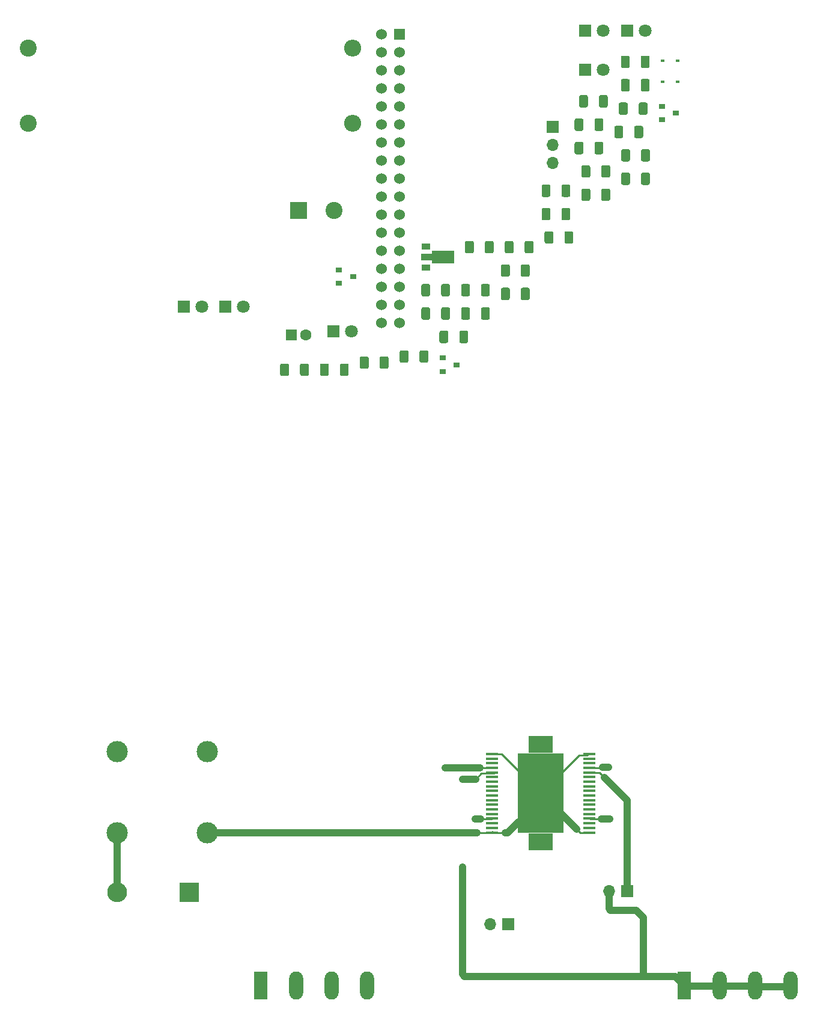
<source format=gbr>
G04 #@! TF.GenerationSoftware,KiCad,Pcbnew,(5.1.6)-1*
G04 #@! TF.CreationDate,2020-07-14T11:46:24+02:00*
G04 #@! TF.ProjectId,sboxnet-booster,73626f78-6e65-4742-9d62-6f6f73746572,rev?*
G04 #@! TF.SameCoordinates,Original*
G04 #@! TF.FileFunction,Copper,L1,Top*
G04 #@! TF.FilePolarity,Positive*
%FSLAX46Y46*%
G04 Gerber Fmt 4.6, Leading zero omitted, Abs format (unit mm)*
G04 Created by KiCad (PCBNEW (5.1.6)-1) date 2020-07-14 11:46:24*
%MOMM*%
%LPD*%
G01*
G04 APERTURE LIST*
G04 #@! TA.AperFunction,ComponentPad*
%ADD10O,1.700000X1.700000*%
G04 #@! TD*
G04 #@! TA.AperFunction,ComponentPad*
%ADD11R,1.700000X1.700000*%
G04 #@! TD*
G04 #@! TA.AperFunction,SMDPad,CuDef*
%ADD12C,0.100000*%
G04 #@! TD*
G04 #@! TA.AperFunction,SMDPad,CuDef*
%ADD13R,1.300000X0.900000*%
G04 #@! TD*
G04 #@! TA.AperFunction,ViaPad*
%ADD14C,1.000000*%
G04 #@! TD*
G04 #@! TA.AperFunction,SMDPad,CuDef*
%ADD15R,3.400000X2.415000*%
G04 #@! TD*
G04 #@! TA.AperFunction,SMDPad,CuDef*
%ADD16R,6.400000X11.270000*%
G04 #@! TD*
G04 #@! TA.AperFunction,SMDPad,CuDef*
%ADD17R,1.700000X0.380000*%
G04 #@! TD*
G04 #@! TA.AperFunction,ComponentPad*
%ADD18O,2.400000X2.400000*%
G04 #@! TD*
G04 #@! TA.AperFunction,ComponentPad*
%ADD19C,2.400000*%
G04 #@! TD*
G04 #@! TA.AperFunction,ComponentPad*
%ADD20C,3.000000*%
G04 #@! TD*
G04 #@! TA.AperFunction,ComponentPad*
%ADD21O,1.980000X3.960000*%
G04 #@! TD*
G04 #@! TA.AperFunction,ComponentPad*
%ADD22R,1.980000X3.960000*%
G04 #@! TD*
G04 #@! TA.AperFunction,ComponentPad*
%ADD23C,1.524000*%
G04 #@! TD*
G04 #@! TA.AperFunction,ComponentPad*
%ADD24R,1.524000X1.524000*%
G04 #@! TD*
G04 #@! TA.AperFunction,ComponentPad*
%ADD25O,2.800000X2.800000*%
G04 #@! TD*
G04 #@! TA.AperFunction,ComponentPad*
%ADD26R,2.800000X2.800000*%
G04 #@! TD*
G04 #@! TA.AperFunction,ComponentPad*
%ADD27C,1.800000*%
G04 #@! TD*
G04 #@! TA.AperFunction,ComponentPad*
%ADD28R,1.800000X1.800000*%
G04 #@! TD*
G04 #@! TA.AperFunction,SMDPad,CuDef*
%ADD29R,0.600000X0.450000*%
G04 #@! TD*
G04 #@! TA.AperFunction,SMDPad,CuDef*
%ADD30R,0.900000X0.800000*%
G04 #@! TD*
G04 #@! TA.AperFunction,ComponentPad*
%ADD31C,1.600000*%
G04 #@! TD*
G04 #@! TA.AperFunction,ComponentPad*
%ADD32R,1.600000X1.600000*%
G04 #@! TD*
G04 #@! TA.AperFunction,ComponentPad*
%ADD33R,2.400000X2.400000*%
G04 #@! TD*
G04 #@! TA.AperFunction,ViaPad*
%ADD34C,0.800000*%
G04 #@! TD*
G04 #@! TA.AperFunction,Conductor*
%ADD35C,1.000000*%
G04 #@! TD*
G04 #@! TA.AperFunction,Conductor*
%ADD36C,0.250000*%
G04 #@! TD*
G04 APERTURE END LIST*
D10*
X90779600Y-147574000D03*
D11*
X93319600Y-147574000D03*
G04 #@! TA.AperFunction,SMDPad,CuDef*
D12*
G36*
X85635001Y-54487901D02*
G01*
X82510001Y-54487901D01*
X82510001Y-54071401D01*
X81035001Y-54071401D01*
X81035001Y-53171401D01*
X82510001Y-53171401D01*
X82510001Y-52754901D01*
X85635001Y-52754901D01*
X85635001Y-54487901D01*
G37*
G04 #@! TD.AperFunction*
D13*
X81685001Y-55121401D03*
X81685001Y-52121401D03*
D14*
X96621600Y-124053600D03*
X97891600Y-124053600D03*
X99161600Y-124053600D03*
X95351600Y-126593600D03*
X96621600Y-126593600D03*
X97891600Y-126593600D03*
X99161600Y-126593600D03*
X100431600Y-126593600D03*
X95351600Y-129133600D03*
X96621600Y-129133600D03*
X97891600Y-129133600D03*
X99161600Y-129133600D03*
X100431600Y-129133600D03*
X95351600Y-131673600D03*
X96621600Y-131673600D03*
X97891600Y-131673600D03*
X99161600Y-131673600D03*
X100431600Y-131673600D03*
X96621600Y-134213600D03*
X97891600Y-134213600D03*
X99161600Y-134213600D03*
D15*
X97891600Y-135976100D03*
X97891600Y-122291100D03*
D16*
X97891600Y-129133600D03*
D17*
X104741600Y-123608600D03*
X104741600Y-124258600D03*
X104741600Y-124908600D03*
X104741600Y-125558600D03*
X104741600Y-126208600D03*
X104741600Y-126858600D03*
X104741600Y-127508600D03*
X104741600Y-128158600D03*
X104741600Y-128808600D03*
X104741600Y-129458600D03*
X104741600Y-130108600D03*
X104741600Y-130758600D03*
X104741600Y-131408600D03*
X104741600Y-132058600D03*
X104741600Y-132708600D03*
X104741600Y-133358600D03*
X104741600Y-134008600D03*
X91041600Y-134658600D03*
X91041600Y-134008600D03*
X91041600Y-133358600D03*
X91041600Y-132708600D03*
X91041600Y-132058600D03*
X91041600Y-131408600D03*
X91041600Y-130758600D03*
X91041600Y-130108600D03*
X91041600Y-129458600D03*
X91041600Y-128808600D03*
X91041600Y-128158600D03*
X91041600Y-127508600D03*
X91041600Y-126858600D03*
X91041600Y-126208600D03*
X91041600Y-125558600D03*
X91041600Y-124908600D03*
X91041600Y-124258600D03*
X104741600Y-134658600D03*
X91041600Y-123608600D03*
D10*
X99535001Y-40351401D03*
X99535001Y-37811401D03*
D11*
X99535001Y-35271401D03*
G04 #@! TA.AperFunction,SMDPad,CuDef*
G36*
G01*
X86390001Y-65496401D02*
X86390001Y-64246401D01*
G75*
G02*
X86640001Y-63996401I250000J0D01*
G01*
X87390001Y-63996401D01*
G75*
G02*
X87640001Y-64246401I0J-250000D01*
G01*
X87640001Y-65496401D01*
G75*
G02*
X87390001Y-65746401I-250000J0D01*
G01*
X86640001Y-65746401D01*
G75*
G02*
X86390001Y-65496401I0J250000D01*
G01*
G37*
G04 #@! TD.AperFunction*
G04 #@! TA.AperFunction,SMDPad,CuDef*
G36*
G01*
X83590001Y-65496401D02*
X83590001Y-64246401D01*
G75*
G02*
X83840001Y-63996401I250000J0D01*
G01*
X84590001Y-63996401D01*
G75*
G02*
X84840001Y-64246401I0J-250000D01*
G01*
X84840001Y-65496401D01*
G75*
G02*
X84590001Y-65746401I-250000J0D01*
G01*
X83840001Y-65746401D01*
G75*
G02*
X83590001Y-65496401I0J250000D01*
G01*
G37*
G04 #@! TD.AperFunction*
G04 #@! TA.AperFunction,SMDPad,CuDef*
G36*
G01*
X101210001Y-51496401D02*
X101210001Y-50246401D01*
G75*
G02*
X101460001Y-49996401I250000J0D01*
G01*
X102210001Y-49996401D01*
G75*
G02*
X102460001Y-50246401I0J-250000D01*
G01*
X102460001Y-51496401D01*
G75*
G02*
X102210001Y-51746401I-250000J0D01*
G01*
X101460001Y-51746401D01*
G75*
G02*
X101210001Y-51496401I0J250000D01*
G01*
G37*
G04 #@! TD.AperFunction*
G04 #@! TA.AperFunction,SMDPad,CuDef*
G36*
G01*
X98410001Y-51496401D02*
X98410001Y-50246401D01*
G75*
G02*
X98660001Y-49996401I250000J0D01*
G01*
X99410001Y-49996401D01*
G75*
G02*
X99660001Y-50246401I0J-250000D01*
G01*
X99660001Y-51496401D01*
G75*
G02*
X99410001Y-51746401I-250000J0D01*
G01*
X98660001Y-51746401D01*
G75*
G02*
X98410001Y-51496401I0J250000D01*
G01*
G37*
G04 #@! TD.AperFunction*
G04 #@! TA.AperFunction,SMDPad,CuDef*
G36*
G01*
X112010001Y-39936401D02*
X112010001Y-38686401D01*
G75*
G02*
X112260001Y-38436401I250000J0D01*
G01*
X113010001Y-38436401D01*
G75*
G02*
X113260001Y-38686401I0J-250000D01*
G01*
X113260001Y-39936401D01*
G75*
G02*
X113010001Y-40186401I-250000J0D01*
G01*
X112260001Y-40186401D01*
G75*
G02*
X112010001Y-39936401I0J250000D01*
G01*
G37*
G04 #@! TD.AperFunction*
G04 #@! TA.AperFunction,SMDPad,CuDef*
G36*
G01*
X109210001Y-39936401D02*
X109210001Y-38686401D01*
G75*
G02*
X109460001Y-38436401I250000J0D01*
G01*
X110210001Y-38436401D01*
G75*
G02*
X110460001Y-38686401I0J-250000D01*
G01*
X110460001Y-39936401D01*
G75*
G02*
X110210001Y-40186401I-250000J0D01*
G01*
X109460001Y-40186401D01*
G75*
G02*
X109210001Y-39936401I0J250000D01*
G01*
G37*
G04 #@! TD.AperFunction*
G04 #@! TA.AperFunction,SMDPad,CuDef*
G36*
G01*
X95060001Y-59446401D02*
X95060001Y-58196401D01*
G75*
G02*
X95310001Y-57946401I250000J0D01*
G01*
X96060001Y-57946401D01*
G75*
G02*
X96310001Y-58196401I0J-250000D01*
G01*
X96310001Y-59446401D01*
G75*
G02*
X96060001Y-59696401I-250000J0D01*
G01*
X95310001Y-59696401D01*
G75*
G02*
X95060001Y-59446401I0J250000D01*
G01*
G37*
G04 #@! TD.AperFunction*
G04 #@! TA.AperFunction,SMDPad,CuDef*
G36*
G01*
X92260001Y-59446401D02*
X92260001Y-58196401D01*
G75*
G02*
X92510001Y-57946401I250000J0D01*
G01*
X93260001Y-57946401D01*
G75*
G02*
X93510001Y-58196401I0J-250000D01*
G01*
X93510001Y-59446401D01*
G75*
G02*
X93260001Y-59696401I-250000J0D01*
G01*
X92510001Y-59696401D01*
G75*
G02*
X92260001Y-59446401I0J250000D01*
G01*
G37*
G04 #@! TD.AperFunction*
G04 #@! TA.AperFunction,SMDPad,CuDef*
G36*
G01*
X89450001Y-62206401D02*
X89450001Y-60956401D01*
G75*
G02*
X89700001Y-60706401I250000J0D01*
G01*
X90450001Y-60706401D01*
G75*
G02*
X90700001Y-60956401I0J-250000D01*
G01*
X90700001Y-62206401D01*
G75*
G02*
X90450001Y-62456401I-250000J0D01*
G01*
X89700001Y-62456401D01*
G75*
G02*
X89450001Y-62206401I0J250000D01*
G01*
G37*
G04 #@! TD.AperFunction*
G04 #@! TA.AperFunction,SMDPad,CuDef*
G36*
G01*
X86650001Y-62206401D02*
X86650001Y-60956401D01*
G75*
G02*
X86900001Y-60706401I250000J0D01*
G01*
X87650001Y-60706401D01*
G75*
G02*
X87900001Y-60956401I0J-250000D01*
G01*
X87900001Y-62206401D01*
G75*
G02*
X87650001Y-62456401I-250000J0D01*
G01*
X86900001Y-62456401D01*
G75*
G02*
X86650001Y-62206401I0J250000D01*
G01*
G37*
G04 #@! TD.AperFunction*
G04 #@! TA.AperFunction,SMDPad,CuDef*
G36*
G01*
X95060001Y-56156401D02*
X95060001Y-54906401D01*
G75*
G02*
X95310001Y-54656401I250000J0D01*
G01*
X96060001Y-54656401D01*
G75*
G02*
X96310001Y-54906401I0J-250000D01*
G01*
X96310001Y-56156401D01*
G75*
G02*
X96060001Y-56406401I-250000J0D01*
G01*
X95310001Y-56406401D01*
G75*
G02*
X95060001Y-56156401I0J250000D01*
G01*
G37*
G04 #@! TD.AperFunction*
G04 #@! TA.AperFunction,SMDPad,CuDef*
G36*
G01*
X92260001Y-56156401D02*
X92260001Y-54906401D01*
G75*
G02*
X92510001Y-54656401I250000J0D01*
G01*
X93260001Y-54656401D01*
G75*
G02*
X93510001Y-54906401I0J-250000D01*
G01*
X93510001Y-56156401D01*
G75*
G02*
X93260001Y-56406401I-250000J0D01*
G01*
X92510001Y-56406401D01*
G75*
G02*
X92260001Y-56156401I0J250000D01*
G01*
G37*
G04 #@! TD.AperFunction*
G04 #@! TA.AperFunction,SMDPad,CuDef*
G36*
G01*
X106400001Y-45486401D02*
X106400001Y-44236401D01*
G75*
G02*
X106650001Y-43986401I250000J0D01*
G01*
X107400001Y-43986401D01*
G75*
G02*
X107650001Y-44236401I0J-250000D01*
G01*
X107650001Y-45486401D01*
G75*
G02*
X107400001Y-45736401I-250000J0D01*
G01*
X106650001Y-45736401D01*
G75*
G02*
X106400001Y-45486401I0J250000D01*
G01*
G37*
G04 #@! TD.AperFunction*
G04 #@! TA.AperFunction,SMDPad,CuDef*
G36*
G01*
X103600001Y-45486401D02*
X103600001Y-44236401D01*
G75*
G02*
X103850001Y-43986401I250000J0D01*
G01*
X104600001Y-43986401D01*
G75*
G02*
X104850001Y-44236401I0J-250000D01*
G01*
X104850001Y-45486401D01*
G75*
G02*
X104600001Y-45736401I-250000J0D01*
G01*
X103850001Y-45736401D01*
G75*
G02*
X103600001Y-45486401I0J250000D01*
G01*
G37*
G04 #@! TD.AperFunction*
D18*
X71325001Y-24231401D03*
D19*
X25605001Y-24231401D03*
D18*
X71325001Y-34781401D03*
D19*
X25605001Y-34781401D03*
G04 #@! TA.AperFunction,SMDPad,CuDef*
G36*
G01*
X83840001Y-58916401D02*
X83840001Y-57666401D01*
G75*
G02*
X84090001Y-57416401I250000J0D01*
G01*
X84840001Y-57416401D01*
G75*
G02*
X85090001Y-57666401I0J-250000D01*
G01*
X85090001Y-58916401D01*
G75*
G02*
X84840001Y-59166401I-250000J0D01*
G01*
X84090001Y-59166401D01*
G75*
G02*
X83840001Y-58916401I0J250000D01*
G01*
G37*
G04 #@! TD.AperFunction*
G04 #@! TA.AperFunction,SMDPad,CuDef*
G36*
G01*
X81040001Y-58916401D02*
X81040001Y-57666401D01*
G75*
G02*
X81290001Y-57416401I250000J0D01*
G01*
X82040001Y-57416401D01*
G75*
G02*
X82290001Y-57666401I0J-250000D01*
G01*
X82290001Y-58916401D01*
G75*
G02*
X82040001Y-59166401I-250000J0D01*
G01*
X81290001Y-59166401D01*
G75*
G02*
X81040001Y-58916401I0J250000D01*
G01*
G37*
G04 #@! TD.AperFunction*
G04 #@! TA.AperFunction,SMDPad,CuDef*
G36*
G01*
X111050001Y-36646401D02*
X111050001Y-35396401D01*
G75*
G02*
X111300001Y-35146401I250000J0D01*
G01*
X112050001Y-35146401D01*
G75*
G02*
X112300001Y-35396401I0J-250000D01*
G01*
X112300001Y-36646401D01*
G75*
G02*
X112050001Y-36896401I-250000J0D01*
G01*
X111300001Y-36896401D01*
G75*
G02*
X111050001Y-36646401I0J250000D01*
G01*
G37*
G04 #@! TD.AperFunction*
G04 #@! TA.AperFunction,SMDPad,CuDef*
G36*
G01*
X108250001Y-36646401D02*
X108250001Y-35396401D01*
G75*
G02*
X108500001Y-35146401I250000J0D01*
G01*
X109250001Y-35146401D01*
G75*
G02*
X109500001Y-35396401I0J-250000D01*
G01*
X109500001Y-36646401D01*
G75*
G02*
X109250001Y-36896401I-250000J0D01*
G01*
X108500001Y-36896401D01*
G75*
G02*
X108250001Y-36646401I0J250000D01*
G01*
G37*
G04 #@! TD.AperFunction*
G04 #@! TA.AperFunction,SMDPad,CuDef*
G36*
G01*
X95600001Y-52866401D02*
X95600001Y-51616401D01*
G75*
G02*
X95850001Y-51366401I250000J0D01*
G01*
X96600001Y-51366401D01*
G75*
G02*
X96850001Y-51616401I0J-250000D01*
G01*
X96850001Y-52866401D01*
G75*
G02*
X96600001Y-53116401I-250000J0D01*
G01*
X95850001Y-53116401D01*
G75*
G02*
X95600001Y-52866401I0J250000D01*
G01*
G37*
G04 #@! TD.AperFunction*
G04 #@! TA.AperFunction,SMDPad,CuDef*
G36*
G01*
X92800001Y-52866401D02*
X92800001Y-51616401D01*
G75*
G02*
X93050001Y-51366401I250000J0D01*
G01*
X93800001Y-51366401D01*
G75*
G02*
X94050001Y-51616401I0J-250000D01*
G01*
X94050001Y-52866401D01*
G75*
G02*
X93800001Y-53116401I-250000J0D01*
G01*
X93050001Y-53116401D01*
G75*
G02*
X92800001Y-52866401I0J250000D01*
G01*
G37*
G04 #@! TD.AperFunction*
G04 #@! TA.AperFunction,SMDPad,CuDef*
G36*
G01*
X105440001Y-38906401D02*
X105440001Y-37656401D01*
G75*
G02*
X105690001Y-37406401I250000J0D01*
G01*
X106440001Y-37406401D01*
G75*
G02*
X106690001Y-37656401I0J-250000D01*
G01*
X106690001Y-38906401D01*
G75*
G02*
X106440001Y-39156401I-250000J0D01*
G01*
X105690001Y-39156401D01*
G75*
G02*
X105440001Y-38906401I0J250000D01*
G01*
G37*
G04 #@! TD.AperFunction*
G04 #@! TA.AperFunction,SMDPad,CuDef*
G36*
G01*
X102640001Y-38906401D02*
X102640001Y-37656401D01*
G75*
G02*
X102890001Y-37406401I250000J0D01*
G01*
X103640001Y-37406401D01*
G75*
G02*
X103890001Y-37656401I0J-250000D01*
G01*
X103890001Y-38906401D01*
G75*
G02*
X103640001Y-39156401I-250000J0D01*
G01*
X102890001Y-39156401D01*
G75*
G02*
X102640001Y-38906401I0J250000D01*
G01*
G37*
G04 #@! TD.AperFunction*
G04 #@! TA.AperFunction,SMDPad,CuDef*
G36*
G01*
X111680001Y-33356401D02*
X111680001Y-32106401D01*
G75*
G02*
X111930001Y-31856401I250000J0D01*
G01*
X112680001Y-31856401D01*
G75*
G02*
X112930001Y-32106401I0J-250000D01*
G01*
X112930001Y-33356401D01*
G75*
G02*
X112680001Y-33606401I-250000J0D01*
G01*
X111930001Y-33606401D01*
G75*
G02*
X111680001Y-33356401I0J250000D01*
G01*
G37*
G04 #@! TD.AperFunction*
G04 #@! TA.AperFunction,SMDPad,CuDef*
G36*
G01*
X108880001Y-33356401D02*
X108880001Y-32106401D01*
G75*
G02*
X109130001Y-31856401I250000J0D01*
G01*
X109880001Y-31856401D01*
G75*
G02*
X110130001Y-32106401I0J-250000D01*
G01*
X110130001Y-33356401D01*
G75*
G02*
X109880001Y-33606401I-250000J0D01*
G01*
X109130001Y-33606401D01*
G75*
G02*
X108880001Y-33356401I0J250000D01*
G01*
G37*
G04 #@! TD.AperFunction*
G04 #@! TA.AperFunction,SMDPad,CuDef*
G36*
G01*
X83840001Y-62206401D02*
X83840001Y-60956401D01*
G75*
G02*
X84090001Y-60706401I250000J0D01*
G01*
X84840001Y-60706401D01*
G75*
G02*
X85090001Y-60956401I0J-250000D01*
G01*
X85090001Y-62206401D01*
G75*
G02*
X84840001Y-62456401I-250000J0D01*
G01*
X84090001Y-62456401D01*
G75*
G02*
X83840001Y-62206401I0J250000D01*
G01*
G37*
G04 #@! TD.AperFunction*
G04 #@! TA.AperFunction,SMDPad,CuDef*
G36*
G01*
X81040001Y-62206401D02*
X81040001Y-60956401D01*
G75*
G02*
X81290001Y-60706401I250000J0D01*
G01*
X82040001Y-60706401D01*
G75*
G02*
X82290001Y-60956401I0J-250000D01*
G01*
X82290001Y-62206401D01*
G75*
G02*
X82040001Y-62456401I-250000J0D01*
G01*
X81290001Y-62456401D01*
G75*
G02*
X81040001Y-62206401I0J250000D01*
G01*
G37*
G04 #@! TD.AperFunction*
G04 #@! TA.AperFunction,SMDPad,CuDef*
G36*
G01*
X89450001Y-58916401D02*
X89450001Y-57666401D01*
G75*
G02*
X89700001Y-57416401I250000J0D01*
G01*
X90450001Y-57416401D01*
G75*
G02*
X90700001Y-57666401I0J-250000D01*
G01*
X90700001Y-58916401D01*
G75*
G02*
X90450001Y-59166401I-250000J0D01*
G01*
X89700001Y-59166401D01*
G75*
G02*
X89450001Y-58916401I0J250000D01*
G01*
G37*
G04 #@! TD.AperFunction*
G04 #@! TA.AperFunction,SMDPad,CuDef*
G36*
G01*
X86650001Y-58916401D02*
X86650001Y-57666401D01*
G75*
G02*
X86900001Y-57416401I250000J0D01*
G01*
X87650001Y-57416401D01*
G75*
G02*
X87900001Y-57666401I0J-250000D01*
G01*
X87900001Y-58916401D01*
G75*
G02*
X87650001Y-59166401I-250000J0D01*
G01*
X86900001Y-59166401D01*
G75*
G02*
X86650001Y-58916401I0J250000D01*
G01*
G37*
G04 #@! TD.AperFunction*
G04 #@! TA.AperFunction,SMDPad,CuDef*
G36*
G01*
X100790001Y-44916401D02*
X100790001Y-43666401D01*
G75*
G02*
X101040001Y-43416401I250000J0D01*
G01*
X101790001Y-43416401D01*
G75*
G02*
X102040001Y-43666401I0J-250000D01*
G01*
X102040001Y-44916401D01*
G75*
G02*
X101790001Y-45166401I-250000J0D01*
G01*
X101040001Y-45166401D01*
G75*
G02*
X100790001Y-44916401I0J250000D01*
G01*
G37*
G04 #@! TD.AperFunction*
G04 #@! TA.AperFunction,SMDPad,CuDef*
G36*
G01*
X97990001Y-44916401D02*
X97990001Y-43666401D01*
G75*
G02*
X98240001Y-43416401I250000J0D01*
G01*
X98990001Y-43416401D01*
G75*
G02*
X99240001Y-43666401I0J-250000D01*
G01*
X99240001Y-44916401D01*
G75*
G02*
X98990001Y-45166401I-250000J0D01*
G01*
X98240001Y-45166401D01*
G75*
G02*
X97990001Y-44916401I0J250000D01*
G01*
G37*
G04 #@! TD.AperFunction*
G04 #@! TA.AperFunction,SMDPad,CuDef*
G36*
G01*
X75170001Y-69126401D02*
X75170001Y-67876401D01*
G75*
G02*
X75420001Y-67626401I250000J0D01*
G01*
X76170001Y-67626401D01*
G75*
G02*
X76420001Y-67876401I0J-250000D01*
G01*
X76420001Y-69126401D01*
G75*
G02*
X76170001Y-69376401I-250000J0D01*
G01*
X75420001Y-69376401D01*
G75*
G02*
X75170001Y-69126401I0J250000D01*
G01*
G37*
G04 #@! TD.AperFunction*
G04 #@! TA.AperFunction,SMDPad,CuDef*
G36*
G01*
X72370001Y-69126401D02*
X72370001Y-67876401D01*
G75*
G02*
X72620001Y-67626401I250000J0D01*
G01*
X73370001Y-67626401D01*
G75*
G02*
X73620001Y-67876401I0J-250000D01*
G01*
X73620001Y-69126401D01*
G75*
G02*
X73370001Y-69376401I-250000J0D01*
G01*
X72620001Y-69376401D01*
G75*
G02*
X72370001Y-69126401I0J250000D01*
G01*
G37*
G04 #@! TD.AperFunction*
G04 #@! TA.AperFunction,SMDPad,CuDef*
G36*
G01*
X106400001Y-42196401D02*
X106400001Y-40946401D01*
G75*
G02*
X106650001Y-40696401I250000J0D01*
G01*
X107400001Y-40696401D01*
G75*
G02*
X107650001Y-40946401I0J-250000D01*
G01*
X107650001Y-42196401D01*
G75*
G02*
X107400001Y-42446401I-250000J0D01*
G01*
X106650001Y-42446401D01*
G75*
G02*
X106400001Y-42196401I0J250000D01*
G01*
G37*
G04 #@! TD.AperFunction*
G04 #@! TA.AperFunction,SMDPad,CuDef*
G36*
G01*
X103600001Y-42196401D02*
X103600001Y-40946401D01*
G75*
G02*
X103850001Y-40696401I250000J0D01*
G01*
X104600001Y-40696401D01*
G75*
G02*
X104850001Y-40946401I0J-250000D01*
G01*
X104850001Y-42196401D01*
G75*
G02*
X104600001Y-42446401I-250000J0D01*
G01*
X103850001Y-42446401D01*
G75*
G02*
X103600001Y-42196401I0J250000D01*
G01*
G37*
G04 #@! TD.AperFunction*
G04 #@! TA.AperFunction,SMDPad,CuDef*
G36*
G01*
X80780001Y-68256401D02*
X80780001Y-67006401D01*
G75*
G02*
X81030001Y-66756401I250000J0D01*
G01*
X81780001Y-66756401D01*
G75*
G02*
X82030001Y-67006401I0J-250000D01*
G01*
X82030001Y-68256401D01*
G75*
G02*
X81780001Y-68506401I-250000J0D01*
G01*
X81030001Y-68506401D01*
G75*
G02*
X80780001Y-68256401I0J250000D01*
G01*
G37*
G04 #@! TD.AperFunction*
G04 #@! TA.AperFunction,SMDPad,CuDef*
G36*
G01*
X77980001Y-68256401D02*
X77980001Y-67006401D01*
G75*
G02*
X78230001Y-66756401I250000J0D01*
G01*
X78980001Y-66756401D01*
G75*
G02*
X79230001Y-67006401I0J-250000D01*
G01*
X79230001Y-68256401D01*
G75*
G02*
X78980001Y-68506401I-250000J0D01*
G01*
X78230001Y-68506401D01*
G75*
G02*
X77980001Y-68256401I0J250000D01*
G01*
G37*
G04 #@! TD.AperFunction*
G04 #@! TA.AperFunction,SMDPad,CuDef*
G36*
G01*
X111970001Y-30066401D02*
X111970001Y-28816401D01*
G75*
G02*
X112220001Y-28566401I250000J0D01*
G01*
X112970001Y-28566401D01*
G75*
G02*
X113220001Y-28816401I0J-250000D01*
G01*
X113220001Y-30066401D01*
G75*
G02*
X112970001Y-30316401I-250000J0D01*
G01*
X112220001Y-30316401D01*
G75*
G02*
X111970001Y-30066401I0J250000D01*
G01*
G37*
G04 #@! TD.AperFunction*
G04 #@! TA.AperFunction,SMDPad,CuDef*
G36*
G01*
X109170001Y-30066401D02*
X109170001Y-28816401D01*
G75*
G02*
X109420001Y-28566401I250000J0D01*
G01*
X110170001Y-28566401D01*
G75*
G02*
X110420001Y-28816401I0J-250000D01*
G01*
X110420001Y-30066401D01*
G75*
G02*
X110170001Y-30316401I-250000J0D01*
G01*
X109420001Y-30316401D01*
G75*
G02*
X109170001Y-30066401I0J250000D01*
G01*
G37*
G04 #@! TD.AperFunction*
D20*
X50901600Y-123240800D03*
X38201600Y-123240800D03*
X38201600Y-134670800D03*
X50901600Y-134670800D03*
D21*
X68420000Y-156210000D03*
X73420000Y-156210000D03*
X63420000Y-156210000D03*
D22*
X58420000Y-156210000D03*
D21*
X128110000Y-156210000D03*
X133110000Y-156210000D03*
X123110000Y-156210000D03*
D22*
X118110000Y-156210000D03*
D10*
X107492800Y-142900400D03*
D11*
X110032800Y-142900400D03*
D23*
X77924001Y-62886400D03*
X77924001Y-60346400D03*
X77924001Y-57806400D03*
X77924001Y-55266400D03*
X77924001Y-52726400D03*
X77924001Y-50186400D03*
X77924001Y-47646400D03*
X75384001Y-62886400D03*
X75384001Y-60346400D03*
X75384001Y-57806400D03*
X75384001Y-55266400D03*
X75384001Y-52726400D03*
X75384001Y-50186400D03*
X75384001Y-47646400D03*
X77924001Y-45106400D03*
X75384001Y-45106400D03*
X77924001Y-42566400D03*
X75384001Y-42566400D03*
X77924001Y-40026400D03*
X75384001Y-40026400D03*
X77924001Y-37486400D03*
X75384001Y-37486400D03*
X77924001Y-34946400D03*
X75384001Y-34946400D03*
X77924001Y-32406400D03*
X75384001Y-32406400D03*
X77924001Y-29866400D03*
X75384001Y-29866400D03*
X77924001Y-27326400D03*
X75384001Y-27326400D03*
X77924001Y-24786400D03*
X75384001Y-24786400D03*
D24*
X77924001Y-22246400D03*
D23*
X75384001Y-22246400D03*
D25*
X38201600Y-143103600D03*
D26*
X48361600Y-143103600D03*
D27*
X71215001Y-64081401D03*
D28*
X68675001Y-64081401D03*
D27*
X106705001Y-21731401D03*
D28*
X104165001Y-21731401D03*
D27*
X112605001Y-21731401D03*
D28*
X110065001Y-21731401D03*
D29*
X117175001Y-28931401D03*
X115075001Y-28931401D03*
X117175001Y-25981401D03*
X115075001Y-25981401D03*
D30*
X116935001Y-33361401D03*
X114935001Y-34311401D03*
X114935001Y-32411401D03*
X71405001Y-56381401D03*
X69405001Y-57331401D03*
X69405001Y-55431401D03*
X86035001Y-68791401D03*
X84035001Y-69741401D03*
X84035001Y-67841401D03*
D27*
X106705001Y-27281401D03*
D28*
X104165001Y-27281401D03*
D27*
X50075001Y-60631401D03*
D28*
X47535001Y-60631401D03*
D27*
X55975001Y-60631401D03*
D28*
X53435001Y-60631401D03*
G04 #@! TA.AperFunction,SMDPad,CuDef*
G36*
G01*
X89990001Y-52866401D02*
X89990001Y-51616401D01*
G75*
G02*
X90240001Y-51366401I250000J0D01*
G01*
X90990001Y-51366401D01*
G75*
G02*
X91240001Y-51616401I0J-250000D01*
G01*
X91240001Y-52866401D01*
G75*
G02*
X90990001Y-53116401I-250000J0D01*
G01*
X90240001Y-53116401D01*
G75*
G02*
X89990001Y-52866401I0J250000D01*
G01*
G37*
G04 #@! TD.AperFunction*
G04 #@! TA.AperFunction,SMDPad,CuDef*
G36*
G01*
X87190001Y-52866401D02*
X87190001Y-51616401D01*
G75*
G02*
X87440001Y-51366401I250000J0D01*
G01*
X88190001Y-51366401D01*
G75*
G02*
X88440001Y-51616401I0J-250000D01*
G01*
X88440001Y-52866401D01*
G75*
G02*
X88190001Y-53116401I-250000J0D01*
G01*
X87440001Y-53116401D01*
G75*
G02*
X87190001Y-52866401I0J250000D01*
G01*
G37*
G04 #@! TD.AperFunction*
G04 #@! TA.AperFunction,SMDPad,CuDef*
G36*
G01*
X106070001Y-32326401D02*
X106070001Y-31076401D01*
G75*
G02*
X106320001Y-30826401I250000J0D01*
G01*
X107070001Y-30826401D01*
G75*
G02*
X107320001Y-31076401I0J-250000D01*
G01*
X107320001Y-32326401D01*
G75*
G02*
X107070001Y-32576401I-250000J0D01*
G01*
X106320001Y-32576401D01*
G75*
G02*
X106070001Y-32326401I0J250000D01*
G01*
G37*
G04 #@! TD.AperFunction*
G04 #@! TA.AperFunction,SMDPad,CuDef*
G36*
G01*
X103270001Y-32326401D02*
X103270001Y-31076401D01*
G75*
G02*
X103520001Y-30826401I250000J0D01*
G01*
X104270001Y-30826401D01*
G75*
G02*
X104520001Y-31076401I0J-250000D01*
G01*
X104520001Y-32326401D01*
G75*
G02*
X104270001Y-32576401I-250000J0D01*
G01*
X103520001Y-32576401D01*
G75*
G02*
X103270001Y-32326401I0J250000D01*
G01*
G37*
G04 #@! TD.AperFunction*
D31*
X64734776Y-64581401D03*
D32*
X62734776Y-64581401D03*
D19*
X68757083Y-47081401D03*
D33*
X63757083Y-47081401D03*
G04 #@! TA.AperFunction,SMDPad,CuDef*
G36*
G01*
X63950001Y-70126401D02*
X63950001Y-68876401D01*
G75*
G02*
X64200001Y-68626401I250000J0D01*
G01*
X64950001Y-68626401D01*
G75*
G02*
X65200001Y-68876401I0J-250000D01*
G01*
X65200001Y-70126401D01*
G75*
G02*
X64950001Y-70376401I-250000J0D01*
G01*
X64200001Y-70376401D01*
G75*
G02*
X63950001Y-70126401I0J250000D01*
G01*
G37*
G04 #@! TD.AperFunction*
G04 #@! TA.AperFunction,SMDPad,CuDef*
G36*
G01*
X61150001Y-70126401D02*
X61150001Y-68876401D01*
G75*
G02*
X61400001Y-68626401I250000J0D01*
G01*
X62150001Y-68626401D01*
G75*
G02*
X62400001Y-68876401I0J-250000D01*
G01*
X62400001Y-70126401D01*
G75*
G02*
X62150001Y-70376401I-250000J0D01*
G01*
X61400001Y-70376401D01*
G75*
G02*
X61150001Y-70126401I0J250000D01*
G01*
G37*
G04 #@! TD.AperFunction*
G04 #@! TA.AperFunction,SMDPad,CuDef*
G36*
G01*
X69560001Y-70126401D02*
X69560001Y-68876401D01*
G75*
G02*
X69810001Y-68626401I250000J0D01*
G01*
X70560001Y-68626401D01*
G75*
G02*
X70810001Y-68876401I0J-250000D01*
G01*
X70810001Y-70126401D01*
G75*
G02*
X70560001Y-70376401I-250000J0D01*
G01*
X69810001Y-70376401D01*
G75*
G02*
X69560001Y-70126401I0J250000D01*
G01*
G37*
G04 #@! TD.AperFunction*
G04 #@! TA.AperFunction,SMDPad,CuDef*
G36*
G01*
X66760001Y-70126401D02*
X66760001Y-68876401D01*
G75*
G02*
X67010001Y-68626401I250000J0D01*
G01*
X67760001Y-68626401D01*
G75*
G02*
X68010001Y-68876401I0J-250000D01*
G01*
X68010001Y-70126401D01*
G75*
G02*
X67760001Y-70376401I-250000J0D01*
G01*
X67010001Y-70376401D01*
G75*
G02*
X66760001Y-70126401I0J250000D01*
G01*
G37*
G04 #@! TD.AperFunction*
G04 #@! TA.AperFunction,SMDPad,CuDef*
G36*
G01*
X111970001Y-26776401D02*
X111970001Y-25526401D01*
G75*
G02*
X112220001Y-25276401I250000J0D01*
G01*
X112970001Y-25276401D01*
G75*
G02*
X113220001Y-25526401I0J-250000D01*
G01*
X113220001Y-26776401D01*
G75*
G02*
X112970001Y-27026401I-250000J0D01*
G01*
X112220001Y-27026401D01*
G75*
G02*
X111970001Y-26776401I0J250000D01*
G01*
G37*
G04 #@! TD.AperFunction*
G04 #@! TA.AperFunction,SMDPad,CuDef*
G36*
G01*
X109170001Y-26776401D02*
X109170001Y-25526401D01*
G75*
G02*
X109420001Y-25276401I250000J0D01*
G01*
X110170001Y-25276401D01*
G75*
G02*
X110420001Y-25526401I0J-250000D01*
G01*
X110420001Y-26776401D01*
G75*
G02*
X110170001Y-27026401I-250000J0D01*
G01*
X109420001Y-27026401D01*
G75*
G02*
X109170001Y-26776401I0J250000D01*
G01*
G37*
G04 #@! TD.AperFunction*
G04 #@! TA.AperFunction,SMDPad,CuDef*
G36*
G01*
X112010001Y-43226401D02*
X112010001Y-41976401D01*
G75*
G02*
X112260001Y-41726401I250000J0D01*
G01*
X113010001Y-41726401D01*
G75*
G02*
X113260001Y-41976401I0J-250000D01*
G01*
X113260001Y-43226401D01*
G75*
G02*
X113010001Y-43476401I-250000J0D01*
G01*
X112260001Y-43476401D01*
G75*
G02*
X112010001Y-43226401I0J250000D01*
G01*
G37*
G04 #@! TD.AperFunction*
G04 #@! TA.AperFunction,SMDPad,CuDef*
G36*
G01*
X109210001Y-43226401D02*
X109210001Y-41976401D01*
G75*
G02*
X109460001Y-41726401I250000J0D01*
G01*
X110210001Y-41726401D01*
G75*
G02*
X110460001Y-41976401I0J-250000D01*
G01*
X110460001Y-43226401D01*
G75*
G02*
X110210001Y-43476401I-250000J0D01*
G01*
X109460001Y-43476401D01*
G75*
G02*
X109210001Y-43226401I0J250000D01*
G01*
G37*
G04 #@! TD.AperFunction*
G04 #@! TA.AperFunction,SMDPad,CuDef*
G36*
G01*
X100790001Y-48206401D02*
X100790001Y-46956401D01*
G75*
G02*
X101040001Y-46706401I250000J0D01*
G01*
X101790001Y-46706401D01*
G75*
G02*
X102040001Y-46956401I0J-250000D01*
G01*
X102040001Y-48206401D01*
G75*
G02*
X101790001Y-48456401I-250000J0D01*
G01*
X101040001Y-48456401D01*
G75*
G02*
X100790001Y-48206401I0J250000D01*
G01*
G37*
G04 #@! TD.AperFunction*
G04 #@! TA.AperFunction,SMDPad,CuDef*
G36*
G01*
X97990001Y-48206401D02*
X97990001Y-46956401D01*
G75*
G02*
X98240001Y-46706401I250000J0D01*
G01*
X98990001Y-46706401D01*
G75*
G02*
X99240001Y-46956401I0J-250000D01*
G01*
X99240001Y-48206401D01*
G75*
G02*
X98990001Y-48456401I-250000J0D01*
G01*
X98240001Y-48456401D01*
G75*
G02*
X97990001Y-48206401I0J250000D01*
G01*
G37*
G04 #@! TD.AperFunction*
G04 #@! TA.AperFunction,SMDPad,CuDef*
G36*
G01*
X105440001Y-35616401D02*
X105440001Y-34366401D01*
G75*
G02*
X105690001Y-34116401I250000J0D01*
G01*
X106440001Y-34116401D01*
G75*
G02*
X106690001Y-34366401I0J-250000D01*
G01*
X106690001Y-35616401D01*
G75*
G02*
X106440001Y-35866401I-250000J0D01*
G01*
X105690001Y-35866401D01*
G75*
G02*
X105440001Y-35616401I0J250000D01*
G01*
G37*
G04 #@! TD.AperFunction*
G04 #@! TA.AperFunction,SMDPad,CuDef*
G36*
G01*
X102640001Y-35616401D02*
X102640001Y-34366401D01*
G75*
G02*
X102890001Y-34116401I250000J0D01*
G01*
X103640001Y-34116401D01*
G75*
G02*
X103890001Y-34366401I0J-250000D01*
G01*
X103890001Y-35616401D01*
G75*
G02*
X103640001Y-35866401I-250000J0D01*
G01*
X102890001Y-35866401D01*
G75*
G02*
X102640001Y-35616401I0J250000D01*
G01*
G37*
G04 #@! TD.AperFunction*
D34*
X84429600Y-125526800D03*
X107391200Y-125476000D03*
X88595200Y-132740400D03*
X86817200Y-139496800D03*
X86817200Y-127152400D03*
X107594400Y-132740400D03*
D35*
X50901600Y-134670800D02*
X88900000Y-134670800D01*
D36*
X88900000Y-134670800D02*
X90982800Y-134670800D01*
X90982800Y-134670800D02*
X91033600Y-134620000D01*
X91033600Y-134620000D02*
X91084400Y-134569200D01*
X91041600Y-134658600D02*
X92874600Y-134658600D01*
D35*
X92874600Y-134658600D02*
X93230200Y-134658600D01*
X93230200Y-134658600D02*
X94691200Y-133197600D01*
X100431600Y-131673600D02*
X102920800Y-134162800D01*
D36*
X102920800Y-134162800D02*
X103479600Y-134721600D01*
X103479600Y-134721600D02*
X104190800Y-134721600D01*
X94691200Y-133197600D02*
X94691200Y-132384800D01*
X94691200Y-132384800D02*
X95351600Y-131724400D01*
X91041600Y-123608600D02*
X92366600Y-123608600D01*
X92366600Y-123608600D02*
X95351600Y-126593600D01*
X104741600Y-123608600D02*
X104585000Y-123608600D01*
X104450001Y-123743599D02*
X103281601Y-123743599D01*
X104585000Y-123608600D02*
X104450001Y-123743599D01*
X103281601Y-123743599D02*
X100533200Y-126492000D01*
D35*
X84429600Y-125526800D02*
X89306400Y-125526800D01*
D36*
X89306400Y-125526800D02*
X90982800Y-125526800D01*
D35*
X107391200Y-125476000D02*
X106578400Y-125476000D01*
D36*
X106495800Y-125558600D02*
X106578400Y-125476000D01*
X104741600Y-125558600D02*
X106495800Y-125558600D01*
D35*
X38201600Y-134670800D02*
X38201600Y-143052800D01*
X88595200Y-132740400D02*
X89357200Y-132740400D01*
D36*
X89357200Y-132740400D02*
X90932000Y-132740400D01*
X90932000Y-132740400D02*
X90982800Y-132689600D01*
D35*
X86817200Y-139496800D02*
X86817200Y-139496800D01*
X86817200Y-127152400D02*
X88696800Y-127152400D01*
D36*
X89505601Y-126343599D02*
X91334401Y-126343599D01*
X88696800Y-127152400D02*
X89505601Y-126343599D01*
D35*
X86817200Y-139496800D02*
X86817200Y-154635200D01*
X86817200Y-154635200D02*
X87122000Y-154940000D01*
X116840000Y-154940000D02*
X117856000Y-155956000D01*
X117856000Y-155956000D02*
X118160800Y-156260800D01*
X118160800Y-156260800D02*
X123190000Y-156260800D01*
X123190000Y-156260800D02*
X127863600Y-156260800D01*
X127863600Y-156260800D02*
X127965200Y-156362400D01*
X127965200Y-156362400D02*
X132943600Y-156362400D01*
X107492800Y-142900400D02*
X107492800Y-145389600D01*
X107492800Y-145389600D02*
X107696000Y-145592800D01*
X107696000Y-145592800D02*
X111302800Y-145592800D01*
X112369600Y-146659600D02*
X112369600Y-154940000D01*
X111302800Y-145592800D02*
X112369600Y-146659600D01*
X87122000Y-154940000D02*
X112369600Y-154940000D01*
X112369600Y-154940000D02*
X116840000Y-154940000D01*
X110032800Y-142900400D02*
X110032800Y-130098800D01*
X110032800Y-130098800D02*
X106832400Y-126898400D01*
D36*
X106832400Y-126896740D02*
X106832400Y-126898400D01*
X106144260Y-126208600D02*
X106832400Y-126896740D01*
X104741600Y-126208600D02*
X106144260Y-126208600D01*
D35*
X107594400Y-132740400D02*
X106375200Y-132740400D01*
D36*
X106375200Y-132740400D02*
X105867200Y-132740400D01*
X105867200Y-132740400D02*
X104800400Y-132740400D01*
M02*

</source>
